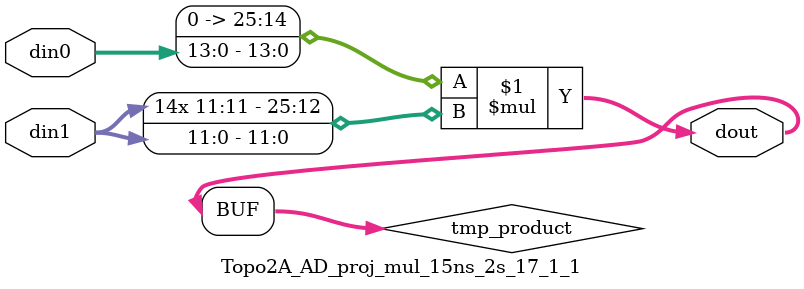
<source format=v>

`timescale 1 ns / 1 ps

 (* use_dsp = "no" *)  module Topo2A_AD_proj_mul_15ns_2s_17_1_1(din0, din1, dout);
parameter ID = 1;
parameter NUM_STAGE = 0;
parameter din0_WIDTH = 14;
parameter din1_WIDTH = 12;
parameter dout_WIDTH = 26;

input [din0_WIDTH - 1 : 0] din0; 
input [din1_WIDTH - 1 : 0] din1; 
output [dout_WIDTH - 1 : 0] dout;

wire signed [dout_WIDTH - 1 : 0] tmp_product;

























assign tmp_product = $signed({1'b0, din0}) * $signed(din1);










assign dout = tmp_product;





















endmodule

</source>
